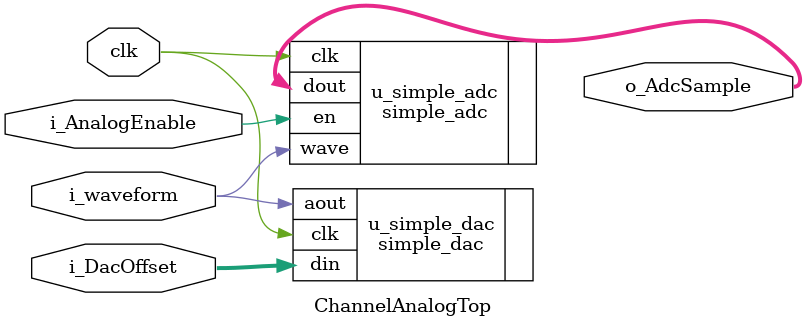
<source format=v>

module ChannelAnalogTop (
    input clk,
    inout i_waveform,

    input i_AnalogEnable,
    input [7:0] i_DacOffset,
    output [7:0] o_AdcSample
	);

simple_adc u_simple_adc(
    .clk(clk),
    .wave(i_waveform),
    .en(i_AnalogEnable),
    .dout(o_AdcSample)
    );

simple_dac u_simple_dac(
    .clk(clk),
    .din(i_DacOffset),
    .aout(i_waveform)
    );

endmodule

</source>
